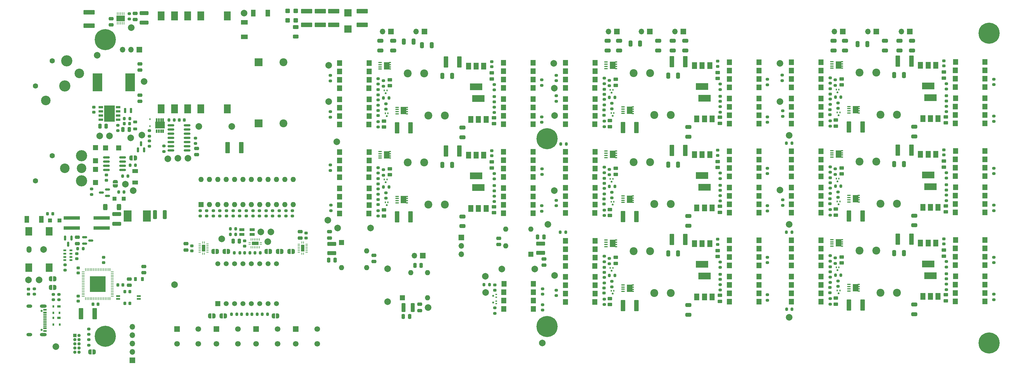
<source format=gts>
G04 #@! TF.GenerationSoftware,KiCad,Pcbnew,7.0.0*
G04 #@! TF.CreationDate,2023-02-17T23:53:31+01:00*
G04 #@! TF.ProjectId,ELController,454c436f-6e74-4726-9f6c-6c65722e6b69,rev?*
G04 #@! TF.SameCoordinates,Original*
G04 #@! TF.FileFunction,Soldermask,Top*
G04 #@! TF.FilePolarity,Negative*
%FSLAX46Y46*%
G04 Gerber Fmt 4.6, Leading zero omitted, Abs format (unit mm)*
G04 Created by KiCad (PCBNEW 7.0.0) date 2023-02-17 23:53:31*
%MOMM*%
%LPD*%
G01*
G04 APERTURE LIST*
G04 Aperture macros list*
%AMRoundRect*
0 Rectangle with rounded corners*
0 $1 Rounding radius*
0 $2 $3 $4 $5 $6 $7 $8 $9 X,Y pos of 4 corners*
0 Add a 4 corners polygon primitive as box body*
4,1,4,$2,$3,$4,$5,$6,$7,$8,$9,$2,$3,0*
0 Add four circle primitives for the rounded corners*
1,1,$1+$1,$2,$3*
1,1,$1+$1,$4,$5*
1,1,$1+$1,$6,$7*
1,1,$1+$1,$8,$9*
0 Add four rect primitives between the rounded corners*
20,1,$1+$1,$2,$3,$4,$5,0*
20,1,$1+$1,$4,$5,$6,$7,0*
20,1,$1+$1,$6,$7,$8,$9,0*
20,1,$1+$1,$8,$9,$2,$3,0*%
%AMFreePoly0*
4,1,19,0.500000,-0.750000,0.000000,-0.750000,0.000000,-0.744911,-0.071157,-0.744911,-0.207708,-0.704816,-0.327430,-0.627875,-0.420627,-0.520320,-0.479746,-0.390866,-0.500000,-0.250000,-0.500000,0.250000,-0.479746,0.390866,-0.420627,0.520320,-0.327430,0.627875,-0.207708,0.704816,-0.071157,0.744911,0.000000,0.744911,0.000000,0.750000,0.500000,0.750000,0.500000,-0.750000,0.500000,-0.750000,
$1*%
%AMFreePoly1*
4,1,19,0.000000,0.744911,0.071157,0.744911,0.207708,0.704816,0.327430,0.627875,0.420627,0.520320,0.479746,0.390866,0.500000,0.250000,0.500000,-0.250000,0.479746,-0.390866,0.420627,-0.520320,0.327430,-0.627875,0.207708,-0.704816,0.071157,-0.744911,0.000000,-0.744911,0.000000,-0.750000,-0.500000,-0.750000,-0.500000,0.750000,0.000000,0.750000,0.000000,0.744911,0.000000,0.744911,
$1*%
G04 Aperture macros list end*
%ADD10RoundRect,0.250000X0.450000X-0.400000X0.450000X0.400000X-0.450000X0.400000X-0.450000X-0.400000X0*%
%ADD11RoundRect,0.249999X0.387501X0.700001X-0.387501X0.700001X-0.387501X-0.700001X0.387501X-0.700001X0*%
%ADD12R,0.900000X0.600000*%
%ADD13R,5.000000X1.000000*%
%ADD14RoundRect,0.249999X0.450001X1.450001X-0.450001X1.450001X-0.450001X-1.450001X0.450001X-1.450001X0*%
%ADD15C,2.400000*%
%ADD16R,2.400000X2.400000*%
%ADD17R,1.200000X1.200000*%
%ADD18RoundRect,0.218750X-0.218750X-0.381250X0.218750X-0.381250X0.218750X0.381250X-0.218750X0.381250X0*%
%ADD19RoundRect,0.218750X-0.381250X0.218750X-0.381250X-0.218750X0.381250X-0.218750X0.381250X0.218750X0*%
%ADD20RoundRect,0.200000X0.275000X-0.200000X0.275000X0.200000X-0.275000X0.200000X-0.275000X-0.200000X0*%
%ADD21R,2.300000X2.200000*%
%ADD22RoundRect,0.250000X-0.450000X0.262500X-0.450000X-0.262500X0.450000X-0.262500X0.450000X0.262500X0*%
%ADD23RoundRect,0.250000X-0.325000X-0.650000X0.325000X-0.650000X0.325000X0.650000X-0.325000X0.650000X0*%
%ADD24RoundRect,0.249999X-0.450001X-1.450001X0.450001X-1.450001X0.450001X1.450001X-0.450001X1.450001X0*%
%ADD25RoundRect,0.200000X-0.275000X0.200000X-0.275000X-0.200000X0.275000X-0.200000X0.275000X0.200000X0*%
%ADD26RoundRect,0.250000X-0.475000X0.250000X-0.475000X-0.250000X0.475000X-0.250000X0.475000X0.250000X0*%
%ADD27R,1.520000X1.780000*%
%ADD28R,1.700000X1.700000*%
%ADD29O,1.700000X1.700000*%
%ADD30RoundRect,0.200000X0.200000X0.275000X-0.200000X0.275000X-0.200000X-0.275000X0.200000X-0.275000X0*%
%ADD31R,0.400000X0.550000*%
%ADD32R,0.500000X0.550000*%
%ADD33C,2.000000*%
%ADD34FreePoly0,180.000000*%
%ADD35FreePoly1,180.000000*%
%ADD36RoundRect,0.225000X-0.250000X0.225000X-0.250000X-0.225000X0.250000X-0.225000X0.250000X0.225000X0*%
%ADD37R,1.600000X1.600000*%
%ADD38O,1.600000X1.600000*%
%ADD39RoundRect,0.225000X0.250000X-0.225000X0.250000X0.225000X-0.250000X0.225000X-0.250000X-0.225000X0*%
%ADD40RoundRect,0.250000X0.650000X-0.325000X0.650000X0.325000X-0.650000X0.325000X-0.650000X-0.325000X0*%
%ADD41RoundRect,0.250000X0.325000X0.650000X-0.325000X0.650000X-0.325000X-0.650000X0.325000X-0.650000X0*%
%ADD42R,0.990000X0.405000*%
%ADD43R,1.725000X2.235000*%
%ADD44R,0.760000X0.405000*%
%ADD45R,2.100000X1.400000*%
%ADD46RoundRect,0.050000X0.387500X0.050000X-0.387500X0.050000X-0.387500X-0.050000X0.387500X-0.050000X0*%
%ADD47RoundRect,0.050000X0.050000X0.387500X-0.050000X0.387500X-0.050000X-0.387500X0.050000X-0.387500X0*%
%ADD48R,4.700000X4.700000*%
%ADD49RoundRect,0.250000X0.450000X-0.262500X0.450000X0.262500X-0.450000X0.262500X-0.450000X-0.262500X0*%
%ADD50RoundRect,0.250000X-0.650000X0.325000X-0.650000X-0.325000X0.650000X-0.325000X0.650000X0.325000X0*%
%ADD51C,1.700000*%
%ADD52RoundRect,0.250000X0.475000X-0.250000X0.475000X0.250000X-0.475000X0.250000X-0.475000X-0.250000X0*%
%ADD53R,1.500000X2.000000*%
%ADD54R,3.800000X2.000000*%
%ADD55FreePoly0,0.000000*%
%ADD56FreePoly1,0.000000*%
%ADD57R,2.900000X5.400000*%
%ADD58RoundRect,0.250000X0.250000X0.475000X-0.250000X0.475000X-0.250000X-0.475000X0.250000X-0.475000X0*%
%ADD59R,2.000000X2.750000*%
%ADD60RoundRect,0.250000X-0.375000X-1.075000X0.375000X-1.075000X0.375000X1.075000X-0.375000X1.075000X0*%
%ADD61FreePoly0,90.000000*%
%ADD62FreePoly1,90.000000*%
%ADD63RoundRect,0.062500X0.062500X-0.350000X0.062500X0.350000X-0.062500X0.350000X-0.062500X-0.350000X0*%
%ADD64R,2.500000X1.700000*%
%ADD65R,1.350000X0.750000*%
%ADD66R,3.200000X4.900000*%
%ADD67RoundRect,0.150000X-0.587500X-0.150000X0.587500X-0.150000X0.587500X0.150000X-0.587500X0.150000X0*%
%ADD68RoundRect,0.250000X-0.325000X-1.100000X0.325000X-1.100000X0.325000X1.100000X-0.325000X1.100000X0*%
%ADD69R,2.450000X3.500000*%
%ADD70RoundRect,0.250000X1.075000X-0.375000X1.075000X0.375000X-1.075000X0.375000X-1.075000X-0.375000X0*%
%ADD71R,0.450000X0.600000*%
%ADD72R,0.500000X1.100000*%
%ADD73R,2.850000X2.000000*%
%ADD74R,1.200000X0.600000*%
%ADD75R,1.700000X1.300000*%
%ADD76RoundRect,0.249999X1.450001X-0.450001X1.450001X0.450001X-1.450001X0.450001X-1.450001X-0.450001X0*%
%ADD77RoundRect,0.250000X-0.250000X-0.475000X0.250000X-0.475000X0.250000X0.475000X-0.250000X0.475000X0*%
%ADD78R,1.000000X0.700000*%
%ADD79R,0.600000X0.700000*%
%ADD80C,0.800000*%
%ADD81C,6.400000*%
%ADD82RoundRect,0.200000X-0.200000X-0.275000X0.200000X-0.275000X0.200000X0.275000X-0.200000X0.275000X0*%
%ADD83RoundRect,0.225000X-0.225000X-0.250000X0.225000X-0.250000X0.225000X0.250000X-0.225000X0.250000X0*%
%ADD84RoundRect,0.225000X0.225000X0.250000X-0.225000X0.250000X-0.225000X-0.250000X0.225000X-0.250000X0*%
%ADD85R,1.000000X1.000000*%
%ADD86O,1.000000X1.000000*%
%ADD87R,1.400000X2.100000*%
%ADD88RoundRect,0.150000X-0.825000X-0.150000X0.825000X-0.150000X0.825000X0.150000X-0.825000X0.150000X0*%
%ADD89RoundRect,0.250000X-1.100000X0.325000X-1.100000X-0.325000X1.100000X-0.325000X1.100000X0.325000X0*%
%ADD90R,0.550000X0.400000*%
%ADD91R,0.550000X0.500000*%
%ADD92O,1.500000X2.000000*%
%ADD93R,2.000000X2.500000*%
%ADD94RoundRect,0.062500X-0.062500X0.287500X-0.062500X-0.287500X0.062500X-0.287500X0.062500X0.287500X0*%
%ADD95RoundRect,0.062500X-0.287500X-0.062500X0.287500X-0.062500X0.287500X0.062500X-0.287500X0.062500X0*%
%ADD96RoundRect,0.062500X-0.287500X0.062500X-0.287500X-0.062500X0.287500X-0.062500X0.287500X0.062500X0*%
%ADD97R,1.000000X2.000000*%
%ADD98RoundRect,0.062500X-0.062500X-0.287500X0.062500X-0.287500X0.062500X0.287500X-0.062500X0.287500X0*%
%ADD99RoundRect,0.062500X0.287500X0.062500X-0.287500X0.062500X-0.287500X-0.062500X0.287500X-0.062500X0*%
%ADD100RoundRect,0.062500X0.287500X-0.062500X0.287500X0.062500X-0.287500X0.062500X-0.287500X-0.062500X0*%
%ADD101RoundRect,0.175000X-0.175000X-0.625000X0.175000X-0.625000X0.175000X0.625000X-0.175000X0.625000X0*%
%ADD102C,1.600000*%
%ADD103C,3.400000*%
%ADD104C,2.900000*%
%ADD105R,1.500000X1.500000*%
%ADD106C,1.500000*%
%ADD107RoundRect,0.150000X0.150000X-0.587500X0.150000X0.587500X-0.150000X0.587500X-0.150000X-0.587500X0*%
%ADD108RoundRect,0.250000X0.625000X-0.312500X0.625000X0.312500X-0.625000X0.312500X-0.625000X-0.312500X0*%
%ADD109RoundRect,0.062500X0.062500X-0.287500X0.062500X0.287500X-0.062500X0.287500X-0.062500X-0.287500X0*%
%ADD110R,2.000000X1.000000*%
%ADD111RoundRect,0.062500X0.062500X0.287500X-0.062500X0.287500X-0.062500X-0.287500X0.062500X-0.287500X0*%
%ADD112RoundRect,0.150000X0.840000X0.150000X-0.840000X0.150000X-0.840000X-0.150000X0.840000X-0.150000X0*%
%ADD113RoundRect,0.218750X0.218750X0.256250X-0.218750X0.256250X-0.218750X-0.256250X0.218750X-0.256250X0*%
%ADD114RoundRect,0.150000X0.587500X0.150000X-0.587500X0.150000X-0.587500X-0.150000X0.587500X-0.150000X0*%
%ADD115C,0.650000*%
%ADD116R,1.100000X0.600000*%
%ADD117R,1.100000X0.300000*%
%ADD118O,2.100000X1.000000*%
%ADD119O,1.800000X1.000000*%
%ADD120R,1.500000X0.900000*%
%ADD121RoundRect,0.150000X-0.150000X0.587500X-0.150000X-0.587500X0.150000X-0.587500X0.150000X0.587500X0*%
%ADD122RoundRect,0.249999X-1.450001X0.450001X-1.450001X-0.450001X1.450001X-0.450001X1.450001X0.450001X0*%
%ADD123RoundRect,0.250000X-1.075000X0.375000X-1.075000X-0.375000X1.075000X-0.375000X1.075000X0.375000X0*%
G04 APERTURE END LIST*
D10*
X94800000Y-16150000D03*
X94800000Y-13250000D03*
X92300000Y-16150000D03*
X92300000Y-13250000D03*
D11*
X36987500Y-72800000D03*
X41212500Y-72800000D03*
D12*
X26649999Y-85899999D03*
X26649999Y-86899999D03*
X26649999Y-87899999D03*
X26649999Y-88899999D03*
X24749999Y-88899999D03*
X24749999Y-87899999D03*
X24749999Y-86899999D03*
X24749999Y-85899999D03*
D13*
X35899999Y-76099999D03*
X35899999Y-79099999D03*
X26899999Y-79099999D03*
X26899999Y-76099999D03*
D14*
X74150000Y-54700000D03*
X78250000Y-54700000D03*
D15*
X91022220Y-47400000D03*
D16*
X83522219Y-47399999D03*
X83522219Y-28799999D03*
D15*
X91022220Y-28800000D03*
D17*
X39799999Y-70199999D03*
X42599999Y-70199999D03*
D18*
X48262500Y-94600000D03*
X46137500Y-94600000D03*
D19*
X46050000Y-46937500D03*
X46050000Y-49062500D03*
D20*
X64400000Y-53500000D03*
X64400000Y-51850000D03*
D21*
X110599999Y-18749999D03*
X110599999Y-13849999D03*
D22*
X154880000Y-45660000D03*
X154880000Y-47485000D03*
D23*
X196250000Y-23200000D03*
X199200000Y-23200000D03*
D20*
X21250000Y-100905489D03*
X21250000Y-99255489D03*
D24*
X208814275Y-28630000D03*
X212914275Y-28630000D03*
D25*
X237800000Y-88000000D03*
X237800000Y-89650000D03*
X83775480Y-73875000D03*
X83775480Y-75525000D03*
D26*
X44300000Y-94600000D03*
X44300000Y-96500000D03*
D20*
X71750000Y-75525000D03*
X71750000Y-73875000D03*
D25*
X173800000Y-32800000D03*
X173800000Y-34450000D03*
D24*
X277324520Y-55500000D03*
X281424520Y-55500000D03*
D25*
X292000000Y-42175000D03*
X292000000Y-43825000D03*
D15*
X272020000Y-71740000D03*
X277020000Y-71740000D03*
D27*
X235244754Y-47489999D03*
X235244754Y-44949999D03*
X235244754Y-42409999D03*
X235244754Y-39869999D03*
X226294754Y-39869999D03*
X226234754Y-42409999D03*
X226234754Y-44949999D03*
X226234754Y-47489999D03*
D28*
X212274999Y-19499999D03*
D29*
X209734999Y-19499999D03*
D30*
X76575000Y-81100000D03*
X74925000Y-81100000D03*
D31*
X259449999Y-64099999D03*
X258649999Y-64099999D03*
D32*
X259049999Y-64949999D03*
D27*
X303754999Y-47359999D03*
X303754999Y-44819999D03*
X303754999Y-42279999D03*
X303754999Y-39739999D03*
X294804999Y-39739999D03*
X294744999Y-42279999D03*
X294744999Y-44819999D03*
X294744999Y-47359999D03*
D33*
X43095000Y-65845000D03*
D17*
X23099999Y-76799999D03*
X20299999Y-76799999D03*
D20*
X223489755Y-64105000D03*
X223489755Y-62455000D03*
D34*
X90550000Y-86200000D03*
D35*
X89250000Y-86200000D03*
D33*
X104750000Y-40750000D03*
D36*
X256800000Y-90900000D03*
X256800000Y-92450000D03*
D20*
X155095000Y-105015000D03*
X155095000Y-103365000D03*
D33*
X173000000Y-29200000D03*
D24*
X262500000Y-102500000D03*
X266600000Y-102500000D03*
D33*
X65400000Y-48300000D03*
X75400000Y-48300000D03*
D20*
X105400000Y-73850000D03*
X105400000Y-72200000D03*
D30*
X123030000Y-39660000D03*
X121380000Y-39660000D03*
D37*
X34094999Y-58744999D03*
X34094999Y-54764999D03*
X127124999Y-100274999D03*
D38*
X134744999Y-100274999D03*
X134744999Y-92654999D03*
X129664999Y-92654999D03*
D39*
X292000000Y-40575000D03*
X292000000Y-39025000D03*
X79250000Y-84600000D03*
X79250000Y-83050000D03*
D31*
X191239999Y-98204999D03*
X190439999Y-98204999D03*
D32*
X190839999Y-99054999D03*
D15*
X272020000Y-98740000D03*
X277020000Y-98740000D03*
D27*
X245044999Y-82869999D03*
X245044999Y-85409999D03*
X245044999Y-87949999D03*
X245044999Y-90489999D03*
X253994999Y-90489999D03*
X254054999Y-87949999D03*
X254054999Y-85409999D03*
X254054999Y-82869999D03*
D39*
X223490000Y-94705000D03*
X223490000Y-93155000D03*
D25*
X85775480Y-73875000D03*
X85775480Y-75525000D03*
D40*
X212900000Y-25275000D03*
X212900000Y-22325000D03*
D15*
X265750000Y-86000000D03*
X270750000Y-86000000D03*
D41*
X136000000Y-23700000D03*
X133050000Y-23700000D03*
D42*
X125487499Y-69519999D03*
X125487499Y-70179999D03*
X125487499Y-70839999D03*
X125487499Y-71499999D03*
D43*
X127479999Y-70509999D03*
D44*
X128472499Y-69517499D03*
X128472499Y-70177499D03*
X128472499Y-70842499D03*
X128472499Y-71502499D03*
D42*
X257364999Y-28659999D03*
X257364999Y-29319999D03*
X257364999Y-29979999D03*
X257364999Y-30639999D03*
D43*
X259357499Y-29649999D03*
D44*
X260349999Y-28657499D03*
X260349999Y-29317499D03*
X260349999Y-29982499D03*
X260349999Y-30642499D03*
D27*
X176534754Y-28999999D03*
X176534754Y-31539999D03*
X176534754Y-34079999D03*
X176534754Y-36619999D03*
X185484754Y-36619999D03*
X185544754Y-34079999D03*
X185544754Y-31539999D03*
X185544754Y-28999999D03*
D36*
X188289755Y-64030000D03*
X188289755Y-65580000D03*
D15*
X265750000Y-32000000D03*
X270750000Y-32000000D03*
D27*
X235244754Y-74489999D03*
X235244754Y-71949999D03*
X235244754Y-69409999D03*
X235244754Y-66869999D03*
X226294754Y-66869999D03*
X226234754Y-69409999D03*
X226234754Y-71949999D03*
X226234754Y-74489999D03*
D45*
X79199999Y-21099999D03*
X79199999Y-16699999D03*
D46*
X39162500Y-99900000D03*
X39162500Y-99400000D03*
X39162500Y-98900000D03*
X39162500Y-98400000D03*
X39162500Y-97900000D03*
X39162500Y-97400000D03*
X39162500Y-96900000D03*
X39162500Y-96400000D03*
X39162500Y-95900000D03*
X39162500Y-95400000D03*
X39162500Y-94900000D03*
X39162500Y-94400000D03*
X39162500Y-93900000D03*
X39162500Y-93400000D03*
X39162500Y-92900000D03*
X39162500Y-92400000D03*
D47*
X38500000Y-91737500D03*
X38000000Y-91737500D03*
X37500000Y-91737500D03*
X37000000Y-91737500D03*
X36500000Y-91737500D03*
X36000000Y-91737500D03*
X35500000Y-91737500D03*
X35000000Y-91737500D03*
X34500000Y-91737500D03*
X34000000Y-91737500D03*
X33500000Y-91737500D03*
X33000000Y-91737500D03*
X32500000Y-91737500D03*
X32000000Y-91737500D03*
X31500000Y-91737500D03*
X31000000Y-91737500D03*
D46*
X30337500Y-92400000D03*
X30337500Y-92900000D03*
X30337500Y-93400000D03*
X30337500Y-93900000D03*
X30337500Y-94400000D03*
X30337500Y-94900000D03*
X30337500Y-95400000D03*
X30337500Y-95900000D03*
X30337500Y-96400000D03*
X30337500Y-96900000D03*
X30337500Y-97400000D03*
X30337500Y-97900000D03*
X30337500Y-98400000D03*
X30337500Y-98900000D03*
X30337500Y-99400000D03*
X30337500Y-99900000D03*
D47*
X31000000Y-100562500D03*
X31500000Y-100562500D03*
X32000000Y-100562500D03*
X32500000Y-100562500D03*
X33000000Y-100562500D03*
X33500000Y-100562500D03*
X34000000Y-100562500D03*
X34500000Y-100562500D03*
X35000000Y-100562500D03*
X35500000Y-100562500D03*
X36000000Y-100562500D03*
X36500000Y-100562500D03*
X37000000Y-100562500D03*
X37500000Y-100562500D03*
X38000000Y-100562500D03*
X38500000Y-100562500D03*
D48*
X34749999Y-96149999D03*
D49*
X291250000Y-87650000D03*
X291250000Y-85825000D03*
D25*
X292000000Y-96175000D03*
X292000000Y-97825000D03*
D39*
X291250000Y-83950000D03*
X291250000Y-82400000D03*
D30*
X245200000Y-53400000D03*
X243550000Y-53400000D03*
D20*
X15500000Y-99230489D03*
X15500000Y-97580489D03*
D33*
X35300000Y-51200000D03*
D25*
X256800000Y-94000000D03*
X256800000Y-95650000D03*
D20*
X44300000Y-15750000D03*
X44300000Y-14100000D03*
D37*
X66049999Y-71999999D03*
D38*
X68589999Y-71999999D03*
X71129999Y-71999999D03*
X73669999Y-71999999D03*
X76209999Y-71999999D03*
X78749999Y-71999999D03*
X81289999Y-71999999D03*
X83829999Y-71999999D03*
X86369999Y-71999999D03*
X88909999Y-71999999D03*
X91449999Y-71999999D03*
X93989999Y-71999999D03*
X93989999Y-64379999D03*
X91449999Y-64379999D03*
X88909999Y-64379999D03*
X86369999Y-64379999D03*
X83829999Y-64379999D03*
X81289999Y-64379999D03*
X78749999Y-64379999D03*
X76209999Y-64379999D03*
X73669999Y-64379999D03*
X71129999Y-64379999D03*
X68589999Y-64379999D03*
X66049999Y-64379999D03*
D27*
X176534999Y-93969999D03*
X176534999Y-96509999D03*
X176534999Y-99049999D03*
X176534999Y-101589999D03*
X185484999Y-101589999D03*
X185544999Y-99049999D03*
X185544999Y-96509999D03*
X185544999Y-93969999D03*
X235244999Y-101489999D03*
X235244999Y-98949999D03*
X235244999Y-96409999D03*
X235244999Y-93869999D03*
X226294999Y-93869999D03*
X226234999Y-96409999D03*
X226234999Y-98949999D03*
X226234999Y-101489999D03*
D50*
X213809755Y-75495000D03*
X213809755Y-78445000D03*
D28*
X82749999Y-109749999D03*
D51*
X89250000Y-109750000D03*
X82750000Y-114250000D03*
X89250000Y-114250000D03*
D36*
X256750000Y-97200000D03*
X256750000Y-98750000D03*
D50*
X213809755Y-48495000D03*
X213809755Y-51445000D03*
D20*
X54800000Y-55900000D03*
X54800000Y-54250000D03*
D52*
X105000000Y-82150000D03*
X105000000Y-80250000D03*
D36*
X188240000Y-97330000D03*
X188240000Y-98880000D03*
D25*
X119780000Y-67260000D03*
X119780000Y-68910000D03*
D23*
X127525000Y-22600000D03*
X130475000Y-22600000D03*
D24*
X277324520Y-28500000D03*
X281424520Y-28500000D03*
D14*
X33800000Y-105100000D03*
X29700000Y-105100000D03*
D53*
X147879999Y-46159999D03*
X150179999Y-46159999D03*
D54*
X150179999Y-39859999D03*
D53*
X152479999Y-46159999D03*
D55*
X20400000Y-97155489D03*
D56*
X21700000Y-97155489D03*
D20*
X24800000Y-91925000D03*
X24800000Y-90275000D03*
D57*
X34649999Y-34949999D03*
X44549999Y-34949999D03*
D42*
X193997254Y-69389999D03*
X193997254Y-70049999D03*
X193997254Y-70709999D03*
X193997254Y-71369999D03*
D43*
X195989754Y-70379999D03*
D44*
X196982254Y-69387499D03*
X196982254Y-70047499D03*
X196982254Y-70712499D03*
X196982254Y-71372499D03*
D52*
X28600000Y-81950000D03*
X28600000Y-83850000D03*
D39*
X222740000Y-84080000D03*
X222740000Y-82530000D03*
D25*
X223489755Y-42305000D03*
X223489755Y-43955000D03*
D42*
X120344999Y-55919999D03*
X120344999Y-56579999D03*
X120344999Y-57239999D03*
X120344999Y-57899999D03*
D43*
X122337499Y-56909999D03*
D44*
X123329999Y-55917499D03*
X123329999Y-56577499D03*
X123329999Y-57242499D03*
X123329999Y-57902499D03*
D25*
X65775480Y-73875000D03*
X65775480Y-75525000D03*
D23*
X139225000Y-33000000D03*
X142175000Y-33000000D03*
D25*
X105250000Y-43850000D03*
X105250000Y-45500000D03*
D27*
X245044999Y-93839999D03*
X245044999Y-96379999D03*
X245044999Y-98919999D03*
X245044999Y-101459999D03*
X253994999Y-101459999D03*
X254054999Y-98919999D03*
X254054999Y-96379999D03*
X254054999Y-93839999D03*
D26*
X156300000Y-82250000D03*
X156300000Y-84150000D03*
D30*
X245250000Y-103800000D03*
X243600000Y-103800000D03*
D53*
X216389754Y-46029999D03*
X218689754Y-46029999D03*
D54*
X218689754Y-39729999D03*
D53*
X220989754Y-46029999D03*
D52*
X96100000Y-82150000D03*
X96100000Y-80250000D03*
D26*
X64700000Y-55000000D03*
X64700000Y-56900000D03*
D25*
X93775480Y-73875000D03*
X93775480Y-75525000D03*
D58*
X106670000Y-88840000D03*
X104770000Y-88840000D03*
D53*
X147879999Y-73159999D03*
X150179999Y-73159999D03*
D54*
X150179999Y-66859999D03*
D53*
X152479999Y-73159999D03*
D25*
X237800000Y-45400000D03*
X237800000Y-47050000D03*
X237800000Y-99400000D03*
X237800000Y-101050000D03*
D31*
X122729999Y-71334999D03*
X121929999Y-71334999D03*
D32*
X122329999Y-72184999D03*
D59*
X53999999Y-42999999D03*
X57999999Y-42999999D03*
X61999999Y-42999999D03*
X65999999Y-42999999D03*
X73999999Y-42999999D03*
X73999999Y-14799999D03*
X65999999Y-14799999D03*
X61999999Y-14799999D03*
X57999999Y-14799999D03*
X53999999Y-14799999D03*
D20*
X119780000Y-62460000D03*
X119780000Y-60810000D03*
D53*
X284899999Y-45899999D03*
X287199999Y-45899999D03*
D54*
X287199999Y-39599999D03*
D53*
X289499999Y-45899999D03*
D50*
X282320000Y-48365000D03*
X282320000Y-51315000D03*
D20*
X154980000Y-37235000D03*
X154980000Y-35585000D03*
X81775480Y-75525000D03*
X81775480Y-73875000D03*
X256800000Y-48225000D03*
X256800000Y-46575000D03*
D33*
X34550000Y-26700000D03*
D49*
X123280000Y-62985000D03*
X123280000Y-61160000D03*
D23*
X265150000Y-23300000D03*
X268100000Y-23300000D03*
D25*
X169400000Y-34175000D03*
X169400000Y-35825000D03*
D40*
X192800000Y-25275000D03*
X192800000Y-22325000D03*
D30*
X176800000Y-53600000D03*
X175150000Y-53600000D03*
D33*
X241600000Y-67600000D03*
X152250000Y-93750000D03*
D26*
X38800000Y-15600000D03*
X38800000Y-17500000D03*
D60*
X127475000Y-103225000D03*
X130275000Y-103225000D03*
D25*
X77775480Y-73875000D03*
X77775480Y-75525000D03*
X40800000Y-47950000D03*
X40800000Y-49600000D03*
D61*
X40095000Y-66345000D03*
D62*
X40095000Y-65045000D03*
D27*
X303754999Y-101359999D03*
X303754999Y-98819999D03*
X303754999Y-96279999D03*
X303754999Y-93739999D03*
X294804999Y-93739999D03*
X294744999Y-96279999D03*
X294744999Y-98819999D03*
X294744999Y-101359999D03*
X176534999Y-82999999D03*
X176534999Y-85539999D03*
X176534999Y-88079999D03*
X176534999Y-90619999D03*
X185484999Y-90619999D03*
X185544999Y-88079999D03*
X185544999Y-85539999D03*
X185544999Y-82999999D03*
D30*
X191539755Y-66530000D03*
X189889755Y-66530000D03*
X191539755Y-39530000D03*
X189889755Y-39530000D03*
D25*
X242300000Y-32750000D03*
X242300000Y-34400000D03*
D63*
X40675000Y-16987500D03*
X41175000Y-16987500D03*
X41675000Y-16987500D03*
X42175000Y-16987500D03*
X42675000Y-16987500D03*
X42675000Y-14062500D03*
X42175000Y-14062500D03*
X41675000Y-14062500D03*
X41175000Y-14062500D03*
X40675000Y-14062500D03*
D64*
X41674999Y-15524999D03*
D36*
X188290000Y-91030000D03*
X188290000Y-92580000D03*
D65*
X35674999Y-42494999D03*
X35674999Y-43764999D03*
X35674999Y-45034999D03*
X35674999Y-46304999D03*
X40924999Y-46304999D03*
X40924999Y-45034999D03*
X40924999Y-43764999D03*
X40924999Y-42494999D03*
D66*
X38299999Y-44399999D03*
D22*
X291900000Y-99400000D03*
X291900000Y-101225000D03*
X190040000Y-100530000D03*
X190040000Y-102355000D03*
D20*
X119780000Y-48485000D03*
X119780000Y-46835000D03*
D50*
X145300000Y-75625000D03*
X145300000Y-78575000D03*
D25*
X306400000Y-45150000D03*
X306400000Y-46800000D03*
D28*
X280984999Y-19499999D03*
D29*
X278444999Y-19499999D03*
D67*
X30762500Y-81950000D03*
X30762500Y-83850000D03*
X32637500Y-82900000D03*
D68*
X52125000Y-75100000D03*
X55075000Y-75100000D03*
D69*
X43774999Y-75499999D03*
X49624999Y-75499999D03*
D30*
X80025000Y-105300000D03*
X78375000Y-105300000D03*
D27*
X235244999Y-90489999D03*
X235244999Y-87949999D03*
X235244999Y-85409999D03*
X235244999Y-82869999D03*
X226294999Y-82869999D03*
X226234999Y-85409999D03*
X226234999Y-87949999D03*
X226234999Y-90489999D03*
D70*
X169050000Y-86700000D03*
X169050000Y-83900000D03*
D22*
X223390000Y-99530000D03*
X223390000Y-101355000D03*
D33*
X107250000Y-53000000D03*
D55*
X73100000Y-86200000D03*
D56*
X74400000Y-86200000D03*
D53*
X220289999Y-83867499D03*
X217989999Y-83867499D03*
D54*
X217989999Y-90167499D03*
D53*
X215689999Y-83867499D03*
D30*
X260050000Y-66400000D03*
X258400000Y-66400000D03*
D23*
X276245000Y-32740000D03*
X279195000Y-32740000D03*
D22*
X291900000Y-45400000D03*
X291900000Y-47225000D03*
D30*
X83125000Y-105300000D03*
X81475000Y-105300000D03*
D25*
X292000000Y-69175000D03*
X292000000Y-70825000D03*
D71*
X50599999Y-48199999D03*
X50599999Y-46099999D03*
D72*
X52624999Y-49774999D03*
X53274999Y-49774999D03*
X53924999Y-49774999D03*
X54574999Y-49774999D03*
D73*
X53599999Y-47849999D03*
D72*
X52624999Y-46374999D03*
X53274999Y-46374999D03*
X53924999Y-46374999D03*
X54574999Y-46374999D03*
D53*
X288799999Y-56737499D03*
X286499999Y-56737499D03*
D54*
X286499999Y-63037499D03*
D53*
X284199999Y-56737499D03*
D27*
X166734999Y-74619999D03*
X166734999Y-72079999D03*
X166734999Y-69539999D03*
X166734999Y-66999999D03*
X157784999Y-66999999D03*
X157724999Y-69539999D03*
X157724999Y-72079999D03*
X157724999Y-74619999D03*
D37*
X34094999Y-61354999D03*
X34094999Y-65334999D03*
D49*
X222740000Y-87780000D03*
X222740000Y-85955000D03*
X260300000Y-62725000D03*
X260300000Y-60900000D03*
X291250000Y-60650000D03*
X291250000Y-58825000D03*
D22*
X258550000Y-46400000D03*
X258550000Y-48225000D03*
D74*
X40899999Y-100649999D03*
X47199999Y-100649999D03*
X47199999Y-99749999D03*
X40899999Y-99749999D03*
D75*
X46094999Y-65344999D03*
X46094999Y-61844999D03*
D58*
X44300000Y-49200000D03*
X42400000Y-49200000D03*
D24*
X140304520Y-55760000D03*
X144404520Y-55760000D03*
D31*
X122429999Y-37359999D03*
X121629999Y-37359999D03*
D32*
X122029999Y-38209999D03*
D28*
X94749999Y-109749999D03*
D51*
X101250000Y-109750000D03*
X94750000Y-114250000D03*
X101250000Y-114250000D03*
D20*
X73750000Y-75525000D03*
X73750000Y-73875000D03*
D33*
X173200000Y-36750000D03*
D53*
X151779999Y-56997499D03*
X149479999Y-56997499D03*
D54*
X149479999Y-63297499D03*
D53*
X147179999Y-56997499D03*
D39*
X154230000Y-30210000D03*
X154230000Y-28660000D03*
D40*
X277800000Y-25275000D03*
X277800000Y-22325000D03*
D33*
X241600000Y-29200000D03*
D25*
X188290000Y-94130000D03*
X188290000Y-95780000D03*
D28*
X133289999Y-87499999D03*
D29*
X130749999Y-87499999D03*
D31*
X259449999Y-91099999D03*
X258649999Y-91099999D03*
D32*
X259049999Y-91949999D03*
D24*
X193989755Y-48630000D03*
X198089755Y-48630000D03*
D25*
X105250000Y-60000000D03*
X105250000Y-61650000D03*
D49*
X191789755Y-62855000D03*
X191789755Y-61030000D03*
D55*
X20400000Y-94500000D03*
D56*
X21700000Y-94500000D03*
D30*
X86225000Y-105300000D03*
X84575000Y-105300000D03*
D27*
X166849999Y-103689999D03*
X166849999Y-101149999D03*
X166849999Y-98609999D03*
X166849999Y-96069999D03*
X157899999Y-96069999D03*
X157839999Y-98609999D03*
X157839999Y-101149999D03*
X157839999Y-103689999D03*
D25*
X188289755Y-40130000D03*
X188289755Y-41780000D03*
X256800000Y-67000000D03*
X256800000Y-68650000D03*
D40*
X257800000Y-25275000D03*
X257800000Y-22325000D03*
D25*
X122130000Y-68435000D03*
X122130000Y-70085000D03*
D20*
X188290000Y-102355000D03*
X188290000Y-100705000D03*
D50*
X213810000Y-102495000D03*
X213810000Y-105445000D03*
D31*
X190939754Y-64229999D03*
X190139754Y-64229999D03*
D32*
X190539754Y-65079999D03*
D24*
X262500000Y-75500000D03*
X266600000Y-75500000D03*
D76*
X114900000Y-17450000D03*
X114900000Y-13350000D03*
D25*
X119780000Y-40260000D03*
X119780000Y-41910000D03*
D20*
X69775480Y-75525000D03*
X69775480Y-73875000D03*
D15*
X135000000Y-45000000D03*
X140000000Y-45000000D03*
D25*
X258350000Y-34200000D03*
X258350000Y-35850000D03*
D77*
X35400000Y-48200000D03*
X37300000Y-48200000D03*
D78*
X22999999Y-106405488D03*
D79*
X21299999Y-106405488D03*
X21299999Y-108405488D03*
X23199999Y-108405488D03*
D80*
X168600000Y-52000000D03*
X169302944Y-50302944D03*
X169302944Y-53697056D03*
X171000000Y-49600000D03*
D81*
X171000000Y-52000000D03*
D80*
X171000000Y-54400000D03*
X172697056Y-50302944D03*
X172697056Y-53697056D03*
X173400000Y-52000000D03*
D82*
X56295000Y-46340000D03*
X57945000Y-46340000D03*
D49*
X123280000Y-35985000D03*
X123280000Y-34160000D03*
D27*
X245044999Y-55869999D03*
X245044999Y-58409999D03*
X245044999Y-60949999D03*
X245044999Y-63489999D03*
X253994999Y-63489999D03*
X254054999Y-60949999D03*
X254054999Y-58409999D03*
X254054999Y-55869999D03*
D39*
X292000000Y-94575000D03*
X292000000Y-93025000D03*
D82*
X75275000Y-105300000D03*
X76925000Y-105300000D03*
D31*
X191239754Y-71204999D03*
X190439754Y-71204999D03*
D32*
X190839754Y-72054999D03*
D25*
X258350000Y-61200000D03*
X258350000Y-62850000D03*
D33*
X117480000Y-79090000D03*
X107480000Y-79090000D03*
X38300000Y-51200000D03*
D25*
X32000000Y-113000000D03*
X32000000Y-114650000D03*
D36*
X188239755Y-70330000D03*
X188239755Y-71880000D03*
D83*
X42950000Y-98400000D03*
X44500000Y-98400000D03*
D50*
X282320000Y-75365000D03*
X282320000Y-78315000D03*
D26*
X132375000Y-102275000D03*
X132375000Y-104175000D03*
D25*
X173750000Y-98000000D03*
X173750000Y-99650000D03*
D84*
X44350000Y-47450000D03*
X42800000Y-47450000D03*
D33*
X173200000Y-67800000D03*
X45500000Y-67800000D03*
D24*
X208814520Y-82630000D03*
X212914520Y-82630000D03*
D77*
X168100000Y-81800000D03*
X170000000Y-81800000D03*
D34*
X87100000Y-86200000D03*
D35*
X85800000Y-86200000D03*
D34*
X89300000Y-105800000D03*
D35*
X88000000Y-105800000D03*
D53*
X288799999Y-29737499D03*
X286499999Y-29737499D03*
D54*
X286499999Y-36037499D03*
D53*
X284199999Y-29737499D03*
D20*
X188289755Y-75355000D03*
X188289755Y-73705000D03*
D30*
X44450000Y-45950000D03*
X42800000Y-45950000D03*
D25*
X256800000Y-40000000D03*
X256800000Y-41650000D03*
D30*
X77825000Y-86700000D03*
X76175000Y-86700000D03*
D25*
X306400000Y-33975000D03*
X306400000Y-35625000D03*
D39*
X222739755Y-57080000D03*
X222739755Y-55530000D03*
D40*
X204700000Y-25275000D03*
X204700000Y-22325000D03*
D15*
X203509755Y-44870000D03*
X208509755Y-44870000D03*
D25*
X189839755Y-61330000D03*
X189839755Y-62980000D03*
D33*
X134875000Y-103225000D03*
D23*
X276245000Y-59740000D03*
X279195000Y-59740000D03*
D22*
X121530000Y-73660000D03*
X121530000Y-75485000D03*
D85*
X27799999Y-111749999D03*
D86*
X29069999Y-111749999D03*
X27799999Y-113019999D03*
X29069999Y-113019999D03*
X27799999Y-114289999D03*
X29069999Y-114289999D03*
X27799999Y-115559999D03*
X29069999Y-115559999D03*
X27799999Y-116829999D03*
X29069999Y-116829999D03*
D27*
X176534754Y-39969999D03*
X176534754Y-42509999D03*
X176534754Y-45049999D03*
X176534754Y-47589999D03*
X185484754Y-47589999D03*
X185544754Y-45049999D03*
X185544754Y-42509999D03*
X185544754Y-39969999D03*
D39*
X28850000Y-92750000D03*
X28850000Y-91200000D03*
D49*
X154230000Y-60910000D03*
X154230000Y-59085000D03*
D77*
X127400000Y-106000000D03*
X129300000Y-106000000D03*
D25*
X50400000Y-49600000D03*
X50400000Y-51250000D03*
D42*
X257364999Y-82659999D03*
X257364999Y-83319999D03*
X257364999Y-83979999D03*
X257364999Y-84639999D03*
D43*
X259357499Y-83649999D03*
D44*
X260349999Y-82657499D03*
X260349999Y-83317499D03*
X260349999Y-83982499D03*
X260349999Y-84642499D03*
D27*
X303754999Y-90359999D03*
X303754999Y-87819999D03*
X303754999Y-85279999D03*
X303754999Y-82739999D03*
X294804999Y-82739999D03*
X294744999Y-85279999D03*
X294744999Y-87819999D03*
X294744999Y-90359999D03*
D42*
X120344999Y-28919999D03*
X120344999Y-29579999D03*
X120344999Y-30239999D03*
X120344999Y-30899999D03*
D43*
X122337499Y-29909999D03*
D44*
X123329999Y-28917499D03*
X123329999Y-29577499D03*
X123329999Y-30242499D03*
X123329999Y-30902499D03*
D20*
X256800000Y-35200000D03*
X256800000Y-33550000D03*
D33*
X44700000Y-51800000D03*
D40*
X261300000Y-25275000D03*
X261300000Y-22325000D03*
D30*
X260050000Y-93400000D03*
X258400000Y-93400000D03*
D76*
X106300000Y-17450000D03*
X106300000Y-13350000D03*
D39*
X222739755Y-30080000D03*
X222739755Y-28530000D03*
D20*
X23000000Y-100905489D03*
X23000000Y-99255489D03*
D33*
X72300000Y-82400000D03*
D87*
X81899999Y-13899999D03*
X86299999Y-13899999D03*
D15*
X135000000Y-72000000D03*
X140000000Y-72000000D03*
D26*
X47550000Y-38800000D03*
X47550000Y-40700000D03*
D33*
X244400000Y-51000000D03*
D49*
X291250000Y-33650000D03*
X291250000Y-31825000D03*
D82*
X74925000Y-79350000D03*
X76575000Y-79350000D03*
D78*
X22949999Y-102905488D03*
D79*
X21249999Y-102905488D03*
X21249999Y-104905488D03*
X23149999Y-104905488D03*
D20*
X292000000Y-63975000D03*
X292000000Y-62325000D03*
D53*
X216389754Y-73029999D03*
X218689754Y-73029999D03*
D54*
X218689754Y-66729999D03*
D53*
X220989754Y-73029999D03*
D33*
X48800000Y-34700000D03*
D25*
X237800000Y-61000000D03*
X237800000Y-62650000D03*
D80*
X302600000Y-20000000D03*
X303302944Y-18302944D03*
X303302944Y-21697056D03*
X305000000Y-17600000D03*
D81*
X305000000Y-20000000D03*
D80*
X305000000Y-22400000D03*
X306697056Y-18302944D03*
X306697056Y-21697056D03*
X307400000Y-20000000D03*
D40*
X124300000Y-25250000D03*
X124300000Y-22300000D03*
D15*
X265750000Y-59000000D03*
X270750000Y-59000000D03*
D25*
X121330000Y-34460000D03*
X121330000Y-36110000D03*
X190640000Y-95305000D03*
X190640000Y-96955000D03*
D24*
X125480000Y-75760000D03*
X129580000Y-75760000D03*
D76*
X102200000Y-17450000D03*
X102200000Y-13350000D03*
D20*
X169600000Y-99200000D03*
X169600000Y-97550000D03*
D22*
X223389755Y-45530000D03*
X223389755Y-47355000D03*
D88*
X56895000Y-48000000D03*
X56895000Y-49270000D03*
X56895000Y-50540000D03*
X56895000Y-51810000D03*
X56895000Y-53080000D03*
X56895000Y-54350000D03*
X56895000Y-55620000D03*
X61845000Y-55620000D03*
X61845000Y-54350000D03*
X61845000Y-53080000D03*
X61845000Y-51810000D03*
X61845000Y-50540000D03*
X61845000Y-49270000D03*
X61845000Y-48000000D03*
D25*
X237800000Y-34000000D03*
X237800000Y-35650000D03*
D28*
X70749999Y-109749999D03*
D51*
X77250000Y-109750000D03*
X70750000Y-114250000D03*
X77250000Y-114250000D03*
D33*
X87200000Y-80300000D03*
D22*
X258550000Y-73400000D03*
X258550000Y-75225000D03*
D20*
X188289755Y-62330000D03*
X188289755Y-60680000D03*
X292000000Y-36975000D03*
X292000000Y-35325000D03*
D24*
X140304520Y-28760000D03*
X144404520Y-28760000D03*
D53*
X284899999Y-99899999D03*
X287199999Y-99899999D03*
D54*
X287199999Y-93599999D03*
D53*
X289499999Y-99899999D03*
D89*
X48800000Y-13900000D03*
X48800000Y-16850000D03*
D25*
X169400000Y-72375000D03*
X169400000Y-74025000D03*
D22*
X291900000Y-72400000D03*
X291900000Y-74225000D03*
D25*
X259150000Y-68175000D03*
X259150000Y-69825000D03*
D42*
X193997499Y-96389999D03*
X193997499Y-97049999D03*
X193997499Y-97709999D03*
X193997499Y-98369999D03*
D43*
X195989999Y-97379999D03*
D44*
X196982499Y-96387499D03*
X196982499Y-97047499D03*
X196982499Y-97712499D03*
X196982499Y-98372499D03*
D90*
X155519999Y-102089999D03*
X155519999Y-101289999D03*
D91*
X154669999Y-101689999D03*
D39*
X154980000Y-40835000D03*
X154980000Y-39285000D03*
D25*
X105250000Y-32850000D03*
X105250000Y-34500000D03*
D39*
X63300000Y-86100000D03*
X63300000Y-84550000D03*
D92*
X13899999Y-85655488D03*
D33*
X18300000Y-85655489D03*
D93*
X13799999Y-80155488D03*
X19999999Y-80155488D03*
X13799999Y-91155488D03*
X19999999Y-91155488D03*
D20*
X223489755Y-37105000D03*
X223489755Y-35455000D03*
D33*
X44900000Y-18300000D03*
D49*
X222739755Y-33780000D03*
X222739755Y-31955000D03*
X191789755Y-35855000D03*
X191789755Y-34030000D03*
D39*
X155095000Y-97965000D03*
X155095000Y-96415000D03*
D24*
X208814275Y-55630000D03*
X212914275Y-55630000D03*
D33*
X173250000Y-93500000D03*
D30*
X245200000Y-80400000D03*
X243550000Y-80400000D03*
D31*
X122729999Y-44334999D03*
X121929999Y-44334999D03*
D32*
X122329999Y-45184999D03*
D36*
X119730000Y-70460000D03*
X119730000Y-72010000D03*
D25*
X189840000Y-88330000D03*
X189840000Y-89980000D03*
D27*
X108024999Y-29129999D03*
X108024999Y-31669999D03*
X108024999Y-34209999D03*
X108024999Y-36749999D03*
X116974999Y-36749999D03*
X117034999Y-34209999D03*
X117034999Y-31669999D03*
X117034999Y-29129999D03*
D36*
X188239755Y-43330000D03*
X188239755Y-44880000D03*
D53*
X216389999Y-100029999D03*
X218689999Y-100029999D03*
D54*
X218689999Y-93729999D03*
D53*
X220989999Y-100029999D03*
D20*
X256800000Y-102225000D03*
X256800000Y-100575000D03*
D34*
X73450000Y-105800000D03*
D35*
X72150000Y-105800000D03*
D20*
X154980000Y-64235000D03*
X154980000Y-62585000D03*
D52*
X48700000Y-92700000D03*
X48700000Y-90800000D03*
D49*
X191790000Y-89855000D03*
X191790000Y-88030000D03*
D82*
X42270000Y-63345000D03*
X43920000Y-63345000D03*
D53*
X220289754Y-29867499D03*
X217989754Y-29867499D03*
D54*
X217989754Y-36167499D03*
D53*
X215689754Y-29867499D03*
D24*
X277324520Y-82500000D03*
X281424520Y-82500000D03*
D22*
X223389755Y-72530000D03*
X223389755Y-74355000D03*
D49*
X260300000Y-89725000D03*
X260300000Y-87900000D03*
D27*
X235244754Y-63489999D03*
X235244754Y-60949999D03*
X235244754Y-58409999D03*
X235244754Y-55869999D03*
X226294754Y-55869999D03*
X226234754Y-58409999D03*
X226234754Y-60949999D03*
X226234754Y-63489999D03*
D26*
X170000000Y-88500000D03*
X170000000Y-90400000D03*
D33*
X104500000Y-76750000D03*
D15*
X203510000Y-98870000D03*
X208510000Y-98870000D03*
D33*
X171250000Y-78000000D03*
D39*
X97900000Y-82200000D03*
X97900000Y-80650000D03*
D36*
X188289755Y-37030000D03*
X188289755Y-38580000D03*
D25*
X169480000Y-61200000D03*
X169480000Y-62850000D03*
D89*
X40500000Y-77875000D03*
X40500000Y-74925000D03*
D34*
X94000000Y-86200000D03*
D35*
X92700000Y-86200000D03*
D82*
X41075000Y-68200000D03*
X42725000Y-68200000D03*
D31*
X190939754Y-37229999D03*
X190139754Y-37229999D03*
D32*
X190539754Y-38079999D03*
D25*
X121330000Y-61460000D03*
X121330000Y-63110000D03*
D28*
X192154999Y-19499999D03*
D29*
X189614999Y-19499999D03*
D37*
X108669999Y-83539999D03*
D38*
X108669999Y-91159999D03*
X116289999Y-91159999D03*
X116289999Y-86079999D03*
D52*
X118470000Y-89290000D03*
X118470000Y-87390000D03*
D42*
X188854754Y-55789999D03*
X188854754Y-56449999D03*
X188854754Y-57109999D03*
X188854754Y-57769999D03*
D43*
X190847254Y-56779999D03*
D44*
X191839754Y-55787499D03*
X191839754Y-56447499D03*
X191839754Y-57112499D03*
X191839754Y-57772499D03*
D40*
X189300000Y-25275000D03*
X189300000Y-22325000D03*
D27*
X108024999Y-67099999D03*
X108024999Y-69639999D03*
X108024999Y-72179999D03*
X108024999Y-74719999D03*
X116974999Y-74719999D03*
X117034999Y-72179999D03*
X117034999Y-69639999D03*
X117034999Y-67099999D03*
D22*
X154880000Y-72660000D03*
X154880000Y-74485000D03*
D36*
X37345000Y-63070000D03*
X37345000Y-64620000D03*
D40*
X209100000Y-25275000D03*
X209100000Y-22325000D03*
D33*
X122600000Y-91465000D03*
X122600000Y-101465000D03*
D34*
X71000000Y-86200000D03*
D35*
X69700000Y-86200000D03*
D42*
X193997254Y-42389999D03*
X193997254Y-43049999D03*
X193997254Y-43709999D03*
X193997254Y-44369999D03*
D43*
X195989754Y-43379999D03*
D44*
X196982254Y-42387499D03*
X196982254Y-43047499D03*
X196982254Y-43712499D03*
X196982254Y-44372499D03*
D23*
X207734755Y-32870000D03*
X210684755Y-32870000D03*
D36*
X119780000Y-64160000D03*
X119780000Y-65710000D03*
D27*
X108024999Y-56129999D03*
X108024999Y-58669999D03*
X108024999Y-61209999D03*
X108024999Y-63749999D03*
X116974999Y-63749999D03*
X117034999Y-61209999D03*
X117034999Y-58669999D03*
X117034999Y-56129999D03*
D31*
X259749999Y-44074999D03*
X258949999Y-44074999D03*
D32*
X259349999Y-44924999D03*
D49*
X260300000Y-35725000D03*
X260300000Y-33900000D03*
D27*
X303754999Y-36359999D03*
X303754999Y-33819999D03*
X303754999Y-31279999D03*
X303754999Y-28739999D03*
X294804999Y-28739999D03*
X294744999Y-31279999D03*
X294744999Y-33819999D03*
X294744999Y-36359999D03*
D39*
X154230000Y-57210000D03*
X154230000Y-55660000D03*
D25*
X259150000Y-41175000D03*
X259150000Y-42825000D03*
D40*
X273400000Y-25275000D03*
X273400000Y-22325000D03*
D87*
X17599999Y-76499999D03*
X13199999Y-76499999D03*
D94*
X96650000Y-83562500D03*
D95*
X95715000Y-84000000D03*
X95715000Y-84500000D03*
X95715000Y-85000000D03*
D96*
X95715000Y-85500000D03*
X95715000Y-86000000D03*
X95715000Y-86500000D03*
D97*
X96899999Y-85249999D03*
D98*
X96650000Y-86937500D03*
D94*
X97150000Y-86937500D03*
D99*
X98085000Y-86500000D03*
X98085000Y-86000000D03*
X98085000Y-85500000D03*
D100*
X98085000Y-85000000D03*
X98085000Y-84500000D03*
X98085000Y-84000000D03*
D98*
X97150000Y-83562500D03*
D25*
X190639755Y-68305000D03*
X190639755Y-69955000D03*
D53*
X284899999Y-72899999D03*
X287199999Y-72899999D03*
D54*
X287199999Y-66599999D03*
D53*
X289499999Y-72899999D03*
X151779999Y-29997499D03*
X149479999Y-29997499D03*
D54*
X149479999Y-36297499D03*
D53*
X147179999Y-29997499D03*
D22*
X190039755Y-73530000D03*
X190039755Y-75355000D03*
D15*
X197239755Y-32130000D03*
X202239755Y-32130000D03*
D28*
X144999999Y-81974999D03*
D29*
X144999999Y-84514999D03*
X144999999Y-87054999D03*
D23*
X139225000Y-60000000D03*
X142175000Y-60000000D03*
D36*
X28400000Y-86925000D03*
X28400000Y-88475000D03*
D24*
X125480000Y-48760000D03*
X129580000Y-48760000D03*
D33*
X157240000Y-91550000D03*
X167240000Y-91550000D03*
D28*
X270824999Y-19499999D03*
D29*
X268284999Y-19499999D03*
D42*
X262507499Y-69259999D03*
X262507499Y-69919999D03*
X262507499Y-70579999D03*
X262507499Y-71239999D03*
D43*
X264499999Y-70249999D03*
D44*
X265492499Y-69257499D03*
X265492499Y-69917499D03*
X265492499Y-70582499D03*
X265492499Y-71242499D03*
D20*
X256800000Y-62200000D03*
X256800000Y-60550000D03*
D23*
X207735000Y-86870000D03*
X210685000Y-86870000D03*
D27*
X303754999Y-74359999D03*
X303754999Y-71819999D03*
X303754999Y-69279999D03*
X303754999Y-66739999D03*
X294804999Y-66739999D03*
X294744999Y-69279999D03*
X294744999Y-71819999D03*
X294744999Y-74359999D03*
X176534754Y-66969999D03*
X176534754Y-69509999D03*
X176534754Y-72049999D03*
X176534754Y-74589999D03*
X185484754Y-74589999D03*
X185544754Y-72049999D03*
X185544754Y-69509999D03*
X185544754Y-66969999D03*
D58*
X77700000Y-83100000D03*
X75800000Y-83100000D03*
D27*
X245044999Y-39839999D03*
X245044999Y-42379999D03*
X245044999Y-44919999D03*
X245044999Y-47459999D03*
X253994999Y-47459999D03*
X254054999Y-44919999D03*
X254054999Y-42379999D03*
X254054999Y-39839999D03*
D39*
X291250000Y-56950000D03*
X291250000Y-55400000D03*
D52*
X47550000Y-31200000D03*
X47550000Y-29300000D03*
D28*
X123644999Y-19499999D03*
D29*
X121104999Y-19499999D03*
D50*
X145300000Y-48625000D03*
X145300000Y-51575000D03*
D25*
X306400000Y-72200000D03*
X306400000Y-73850000D03*
D27*
X166734999Y-47619999D03*
X166734999Y-45079999D03*
X166734999Y-42539999D03*
X166734999Y-39999999D03*
X157784999Y-39999999D03*
X157724999Y-42539999D03*
X157724999Y-45079999D03*
X157724999Y-47619999D03*
D26*
X46100000Y-14000000D03*
X46100000Y-15900000D03*
D101*
X43000000Y-43450000D03*
X44800000Y-43450000D03*
D27*
X245044999Y-66839999D03*
X245044999Y-69379999D03*
X245044999Y-71919999D03*
X245044999Y-74459999D03*
X253994999Y-74459999D03*
X254054999Y-71919999D03*
X254054999Y-69379999D03*
X254054999Y-66839999D03*
D42*
X188854754Y-28789999D03*
X188854754Y-29449999D03*
X188854754Y-30109999D03*
X188854754Y-30769999D03*
D43*
X190847254Y-29779999D03*
D44*
X191839754Y-28787499D03*
X191839754Y-29447499D03*
X191839754Y-30112499D03*
X191839754Y-30772499D03*
D58*
X132825000Y-90475000D03*
X130925000Y-90475000D03*
D33*
X241600000Y-40800000D03*
D25*
X258350000Y-88200000D03*
X258350000Y-89850000D03*
D102*
X20910000Y-28380000D03*
X15830000Y-36000000D03*
D103*
X24720000Y-36000000D03*
X25355000Y-28380000D03*
D104*
X29170000Y-32190000D03*
X19000000Y-40440000D03*
D15*
X203509755Y-71870000D03*
X208509755Y-71870000D03*
D25*
X306400000Y-88000000D03*
X306400000Y-89650000D03*
D33*
X244400000Y-78000000D03*
D50*
X282320000Y-102365000D03*
X282320000Y-105315000D03*
D80*
X168600000Y-109000000D03*
X169302944Y-107302944D03*
X169302944Y-110697056D03*
X171000000Y-106600000D03*
D81*
X171000000Y-109000000D03*
D80*
X171000000Y-111400000D03*
X172697056Y-107302944D03*
X172697056Y-110697056D03*
X173400000Y-109000000D03*
D15*
X272020000Y-44740000D03*
X277020000Y-44740000D03*
D53*
X288799999Y-83737499D03*
X286499999Y-83737499D03*
D54*
X286499999Y-90037499D03*
D53*
X284199999Y-83737499D03*
D82*
X44520000Y-60095000D03*
X46170000Y-60095000D03*
D20*
X67775480Y-75525000D03*
X67775480Y-73875000D03*
D30*
X84025000Y-86700000D03*
X82375000Y-86700000D03*
D39*
X36500000Y-89600000D03*
X36500000Y-88050000D03*
D76*
X98100000Y-17450000D03*
X98100000Y-13350000D03*
D42*
X262507499Y-96259999D03*
X262507499Y-96919999D03*
X262507499Y-97579999D03*
X262507499Y-98239999D03*
D43*
X264499999Y-97249999D03*
D44*
X265492499Y-96257499D03*
X265492499Y-96917499D03*
X265492499Y-97582499D03*
X265492499Y-98242499D03*
D25*
X75775480Y-73875000D03*
X75775480Y-75525000D03*
D20*
X292000000Y-90975000D03*
X292000000Y-89325000D03*
D37*
X41094999Y-54844999D03*
X37114999Y-54844999D03*
D36*
X256800000Y-36900000D03*
X256800000Y-38450000D03*
D39*
X291250000Y-29950000D03*
X291250000Y-28400000D03*
D28*
X47349999Y-24999999D03*
D29*
X44809999Y-24999999D03*
X42269999Y-24999999D03*
D31*
X259449999Y-37099999D03*
X258649999Y-37099999D03*
D32*
X259049999Y-37949999D03*
D25*
X154980000Y-42435000D03*
X154980000Y-44085000D03*
X79775480Y-73875000D03*
X79775480Y-75525000D03*
D22*
X121530000Y-46660000D03*
X121530000Y-48485000D03*
D36*
X119780000Y-37160000D03*
X119780000Y-38710000D03*
D27*
X166734999Y-63619999D03*
X166734999Y-61079999D03*
X166734999Y-58539999D03*
X166734999Y-55999999D03*
X157784999Y-55999999D03*
X157724999Y-58539999D03*
X157724999Y-61079999D03*
X157724999Y-63619999D03*
D25*
X306400000Y-99200000D03*
X306400000Y-100850000D03*
D28*
X260664999Y-19499999D03*
D29*
X258124999Y-19499999D03*
D25*
X87775480Y-73875000D03*
X87775480Y-75525000D03*
X173750000Y-39000000D03*
X173750000Y-40650000D03*
D105*
X71109999Y-102074999D03*
D106*
X73650000Y-102075000D03*
X76190000Y-102075000D03*
X78730000Y-102075000D03*
X81270000Y-102075000D03*
X83810000Y-102075000D03*
X86350000Y-102075000D03*
X88890000Y-102075000D03*
X88890000Y-89925000D03*
X86350000Y-89925000D03*
X83810000Y-89925000D03*
X81270000Y-89925000D03*
X78730000Y-89925000D03*
X76190000Y-89925000D03*
X73650000Y-89925000D03*
X71110000Y-89925000D03*
D31*
X190939999Y-91229999D03*
X190139999Y-91229999D03*
D32*
X190539999Y-92079999D03*
D20*
X223490000Y-91105000D03*
X223490000Y-89455000D03*
D33*
X79100000Y-13900000D03*
D80*
X302600000Y-114000000D03*
X303302944Y-112302944D03*
X303302944Y-115697056D03*
X305000000Y-111600000D03*
D81*
X305000000Y-114000000D03*
D80*
X305000000Y-116400000D03*
X306697056Y-112302944D03*
X306697056Y-115697056D03*
X307400000Y-114000000D03*
D42*
X188854999Y-82789999D03*
X188854999Y-83449999D03*
X188854999Y-84109999D03*
X188854999Y-84769999D03*
D43*
X190847499Y-83779999D03*
D44*
X191839999Y-82787499D03*
X191839999Y-83447499D03*
X191839999Y-84112499D03*
X191839999Y-84772499D03*
D28*
X133804999Y-19499999D03*
D29*
X131264999Y-19499999D03*
D36*
X256750000Y-43200000D03*
X256750000Y-44750000D03*
D27*
X235244754Y-36489999D03*
X235244754Y-33949999D03*
X235244754Y-31409999D03*
X235244754Y-28869999D03*
X226294754Y-28869999D03*
X226234754Y-31409999D03*
X226234754Y-33949999D03*
X226234754Y-36489999D03*
D39*
X223489755Y-40705000D03*
X223489755Y-39155000D03*
D25*
X190639755Y-41305000D03*
X190639755Y-42955000D03*
D107*
X46900000Y-55400000D03*
X48800000Y-55400000D03*
X47850000Y-53525000D03*
D39*
X223489755Y-67705000D03*
X223489755Y-66155000D03*
D25*
X89775480Y-73875000D03*
X89775480Y-75525000D03*
D49*
X222739755Y-60780000D03*
X222739755Y-58955000D03*
D33*
X152345000Y-98690000D03*
X244400000Y-106200000D03*
D80*
X34600000Y-112000000D03*
X35302944Y-110302944D03*
X35302944Y-113697056D03*
X37000000Y-109600000D03*
D81*
X37000000Y-112000000D03*
D80*
X37000000Y-114400000D03*
X38697056Y-110302944D03*
X38697056Y-113697056D03*
X39400000Y-112000000D03*
D25*
X169600000Y-102375000D03*
X169600000Y-104025000D03*
X169400000Y-45400000D03*
X169400000Y-47050000D03*
D36*
X33550000Y-42425000D03*
X33550000Y-43975000D03*
D25*
X242400000Y-43600000D03*
X242400000Y-45250000D03*
D82*
X28675000Y-85400000D03*
X30325000Y-85400000D03*
D30*
X176600000Y-80400000D03*
X174950000Y-80400000D03*
D108*
X94800000Y-21062500D03*
X94800000Y-18137500D03*
D25*
X188289755Y-67130000D03*
X188289755Y-68780000D03*
D37*
X166049999Y-87049999D03*
D38*
X166049999Y-79429999D03*
X158429999Y-79429999D03*
X158429999Y-84509999D03*
D33*
X173250000Y-45000000D03*
D28*
X202114999Y-19499999D03*
D29*
X199574999Y-19499999D03*
D53*
X220289754Y-56867499D03*
X217989754Y-56867499D03*
D54*
X217989754Y-63167499D03*
D53*
X215689754Y-56867499D03*
D25*
X154980000Y-69435000D03*
X154980000Y-71085000D03*
D40*
X281600000Y-25275000D03*
X281600000Y-22325000D03*
D25*
X189839755Y-34330000D03*
X189839755Y-35980000D03*
D95*
X80812500Y-84050000D03*
D109*
X81250000Y-84985000D03*
X81750000Y-84985000D03*
X82250000Y-84985000D03*
D98*
X82750000Y-84985000D03*
X83250000Y-84985000D03*
X83750000Y-84985000D03*
D110*
X82499999Y-83799999D03*
D100*
X84187500Y-84050000D03*
D95*
X84187500Y-83550000D03*
D94*
X83750000Y-82615000D03*
X83250000Y-82615000D03*
X82750000Y-82615000D03*
D111*
X82250000Y-82615000D03*
X81750000Y-82615000D03*
X81250000Y-82615000D03*
D100*
X80812500Y-83550000D03*
D25*
X122130000Y-41435000D03*
X122130000Y-43085000D03*
D112*
X42310000Y-61500000D03*
X42310000Y-60230000D03*
X42310000Y-58960000D03*
X42310000Y-57690000D03*
X37380000Y-57690000D03*
X37380000Y-58960000D03*
X37380000Y-60230000D03*
X37380000Y-61500000D03*
D20*
X91775480Y-75525000D03*
X91775480Y-73875000D03*
D15*
X197239755Y-59130000D03*
X202239755Y-59130000D03*
D90*
X155519999Y-100089999D03*
X155519999Y-99289999D03*
D91*
X154669999Y-99689999D03*
D28*
X45199999Y-119274999D03*
D29*
X45199999Y-116734999D03*
X45199999Y-114194999D03*
X45199999Y-111654999D03*
X45199999Y-109114999D03*
D20*
X188289755Y-35330000D03*
X188289755Y-33680000D03*
X188290000Y-89330000D03*
X188290000Y-87680000D03*
X119780000Y-75485000D03*
X119780000Y-73835000D03*
X119780000Y-35460000D03*
X119780000Y-33810000D03*
D27*
X166734999Y-36619999D03*
X166734999Y-34079999D03*
X166734999Y-31539999D03*
X166734999Y-28999999D03*
X157784999Y-28999999D03*
X157724999Y-31539999D03*
X157724999Y-34079999D03*
X157724999Y-36619999D03*
D42*
X257364999Y-55659999D03*
X257364999Y-56319999D03*
X257364999Y-56979999D03*
X257364999Y-57639999D03*
D43*
X259357499Y-56649999D03*
D44*
X260349999Y-55657499D03*
X260349999Y-56317499D03*
X260349999Y-56982499D03*
X260349999Y-57642499D03*
D23*
X276245000Y-86740000D03*
X279195000Y-86740000D03*
D36*
X256800000Y-63900000D03*
X256800000Y-65450000D03*
D33*
X62100000Y-58000000D03*
D36*
X256750000Y-70200000D03*
X256750000Y-71750000D03*
D52*
X61500000Y-85800000D03*
X61500000Y-83900000D03*
D33*
X17000000Y-94905489D03*
D113*
X21087500Y-74800000D03*
X19512500Y-74800000D03*
D40*
X120400000Y-25275000D03*
X120400000Y-22325000D03*
D15*
X128730000Y-32260000D03*
X133730000Y-32260000D03*
D84*
X60995000Y-46340000D03*
X59445000Y-46340000D03*
D31*
X259749999Y-71074999D03*
X258949999Y-71074999D03*
D32*
X259349999Y-71924999D03*
D28*
X58749999Y-109749999D03*
D51*
X65250000Y-109750000D03*
X58750000Y-114250000D03*
X65250000Y-114250000D03*
D30*
X260050000Y-39400000D03*
X258400000Y-39400000D03*
D25*
X306400000Y-61000000D03*
X306400000Y-62650000D03*
D30*
X123030000Y-66660000D03*
X121380000Y-66660000D03*
D114*
X37737500Y-69350000D03*
X37737500Y-67450000D03*
X35862500Y-68400000D03*
D25*
X237800000Y-72350000D03*
X237800000Y-74000000D03*
D109*
X67050000Y-86887500D03*
D99*
X67985000Y-86450000D03*
X67985000Y-85950000D03*
X67985000Y-85450000D03*
D100*
X67985000Y-84950000D03*
X67985000Y-84450000D03*
X67985000Y-83950000D03*
D97*
X66799999Y-85199999D03*
D111*
X67050000Y-83512500D03*
D109*
X66550000Y-83512500D03*
D95*
X65615000Y-83950000D03*
X65615000Y-84450000D03*
X65615000Y-84950000D03*
D96*
X65615000Y-85450000D03*
X65615000Y-85950000D03*
X65615000Y-86450000D03*
D111*
X66550000Y-86887500D03*
D84*
X34850000Y-102200000D03*
X33300000Y-102200000D03*
D115*
X17700000Y-104265489D03*
X17700000Y-110045489D03*
D116*
X18749999Y-103955488D03*
X18749999Y-104755488D03*
D117*
X18749999Y-105905488D03*
X18749999Y-106905488D03*
X18749999Y-107405488D03*
X18749999Y-108405488D03*
D116*
X18749999Y-109555488D03*
X18749999Y-110355488D03*
X18749999Y-110355488D03*
X18749999Y-109555488D03*
D117*
X18749999Y-108905488D03*
X18749999Y-107905488D03*
X18749999Y-106405488D03*
X18749999Y-105405488D03*
D116*
X18749999Y-104755488D03*
X18749999Y-103955488D03*
D118*
X18199999Y-102835488D03*
D119*
X14019999Y-102835488D03*
D118*
X18199999Y-111475488D03*
D119*
X14019999Y-111475488D03*
D33*
X48100000Y-50900000D03*
D22*
X190039755Y-46530000D03*
X190039755Y-48355000D03*
D39*
X28850000Y-101350000D03*
X28850000Y-99800000D03*
D20*
X256800000Y-75225000D03*
X256800000Y-73575000D03*
D120*
X81549999Y-79649999D03*
X81549999Y-81049999D03*
X78449999Y-79649999D03*
X78449999Y-81049999D03*
D15*
X128730000Y-59260000D03*
X133730000Y-59260000D03*
D25*
X242400000Y-70600000D03*
X242400000Y-72250000D03*
D31*
X122429999Y-64359999D03*
X121629999Y-64359999D03*
D32*
X122029999Y-65209999D03*
D20*
X32900000Y-68925000D03*
X32900000Y-67275000D03*
X188289755Y-48355000D03*
X188289755Y-46705000D03*
D31*
X259749999Y-98074999D03*
X258949999Y-98074999D03*
D32*
X259349999Y-98924999D03*
D27*
X303754999Y-63359999D03*
X303754999Y-60819999D03*
X303754999Y-58279999D03*
X303754999Y-55739999D03*
X294804999Y-55739999D03*
X294744999Y-58279999D03*
X294744999Y-60819999D03*
X294744999Y-63359999D03*
X245044999Y-28869999D03*
X245044999Y-31409999D03*
X245044999Y-33949999D03*
X245044999Y-36489999D03*
X253994999Y-36489999D03*
X254054999Y-33949999D03*
X254054999Y-31409999D03*
X254054999Y-28869999D03*
D39*
X154980000Y-67835000D03*
X154980000Y-66285000D03*
D25*
X173800000Y-70725000D03*
X173800000Y-72375000D03*
D33*
X22000000Y-115100000D03*
D27*
X108024999Y-40099999D03*
X108024999Y-42639999D03*
X108024999Y-45179999D03*
X108024999Y-47719999D03*
X116974999Y-47719999D03*
X117034999Y-45179999D03*
X117034999Y-42639999D03*
X117034999Y-40099999D03*
D25*
X50400000Y-52700000D03*
X50400000Y-54350000D03*
D121*
X26750000Y-82162500D03*
X24850000Y-82162500D03*
X25800000Y-84037500D03*
D49*
X154230000Y-33910000D03*
X154230000Y-32085000D03*
D36*
X119730000Y-43460000D03*
X119730000Y-45010000D03*
D82*
X151850000Y-96350000D03*
X153500000Y-96350000D03*
D34*
X46145000Y-57845000D03*
D35*
X44845000Y-57845000D03*
D33*
X56000000Y-58100000D03*
D24*
X193989755Y-75630000D03*
X198089755Y-75630000D03*
X262500000Y-48500000D03*
X266600000Y-48500000D03*
D42*
X262507499Y-42259999D03*
X262507499Y-42919999D03*
X262507499Y-43579999D03*
X262507499Y-44239999D03*
D43*
X264499999Y-43249999D03*
D44*
X265492499Y-42257499D03*
X265492499Y-42917499D03*
X265492499Y-43582499D03*
X265492499Y-44242499D03*
D15*
X197240000Y-86130000D03*
X202240000Y-86130000D03*
D25*
X259150000Y-95175000D03*
X259150000Y-96825000D03*
D23*
X207734755Y-59870000D03*
X210684755Y-59870000D03*
D30*
X191540000Y-93530000D03*
X189890000Y-93530000D03*
D22*
X258550000Y-100400000D03*
X258550000Y-102225000D03*
D83*
X42950000Y-102000000D03*
X44500000Y-102000000D03*
D33*
X86300000Y-83300000D03*
D34*
X33650000Y-116750000D03*
D35*
X32350000Y-116750000D03*
D30*
X80925000Y-86700000D03*
X79275000Y-86700000D03*
D122*
X32100000Y-13650000D03*
X32100000Y-17750000D03*
D102*
X20910000Y-57155489D03*
X15830000Y-64775489D03*
D103*
X29800000Y-57155489D03*
X29800000Y-64775489D03*
D104*
X29800000Y-60965489D03*
X24720000Y-60965489D03*
D39*
X13750000Y-99180489D03*
X13750000Y-97630489D03*
D33*
X169500000Y-114000000D03*
D25*
X223489755Y-69305000D03*
X223489755Y-70955000D03*
D33*
X104750000Y-29750000D03*
X84150000Y-80300000D03*
X13750000Y-94905489D03*
X59000000Y-57990000D03*
D42*
X125487499Y-42519999D03*
X125487499Y-43179999D03*
X125487499Y-43839999D03*
X125487499Y-44499999D03*
D43*
X127479999Y-43509999D03*
D44*
X128472499Y-42517499D03*
X128472499Y-43177499D03*
X128472499Y-43842499D03*
X128472499Y-44502499D03*
D20*
X256800000Y-89200000D03*
X256800000Y-87550000D03*
D25*
X223490000Y-96305000D03*
X223490000Y-97955000D03*
D31*
X191239754Y-44204999D03*
X190439754Y-44204999D03*
D32*
X190839754Y-45054999D03*
D80*
X34600000Y-22000000D03*
X35302944Y-20302944D03*
X35302944Y-23697056D03*
X37000000Y-19600000D03*
D81*
X37000000Y-22000000D03*
D80*
X37000000Y-24400000D03*
X38697056Y-20302944D03*
X38697056Y-23697056D03*
X39400000Y-22000000D03*
D123*
X105720000Y-83940000D03*
X105720000Y-86740000D03*
D39*
X292000000Y-67575000D03*
X292000000Y-66025000D03*
D27*
X176534754Y-55999999D03*
X176534754Y-58539999D03*
X176534754Y-61079999D03*
X176534754Y-63619999D03*
X185484754Y-63619999D03*
X185544754Y-61079999D03*
X185544754Y-58539999D03*
X185544754Y-55999999D03*
D24*
X193990000Y-102630000D03*
X198090000Y-102630000D03*
D83*
X40800000Y-96400000D03*
X42350000Y-96400000D03*
D25*
X32000000Y-109750000D03*
X32000000Y-111400000D03*
D34*
X70000000Y-105800000D03*
D35*
X68700000Y-105800000D03*
D33*
X58000000Y-96300000D03*
M02*

</source>
